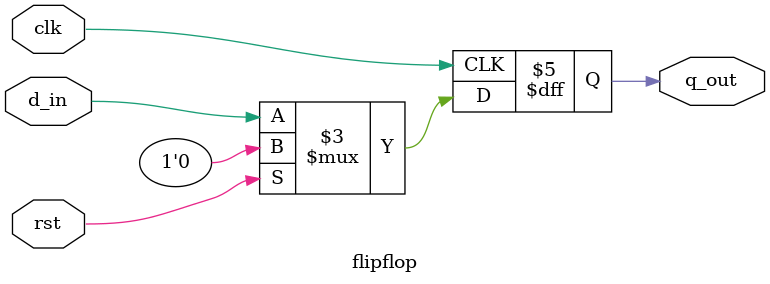
<source format=v>
`include "defines.v"


//-----------------------------------------------
// D Flip-Flop
//-----------------------------------------------
module flipflop (clk,rst,d_in,q_out);

input     clk;
input     rst;
input     d_in;
output    q_out;

reg       q_out;

always @(posedge clk)
  if(rst) begin
    q_out <= 1'b0;
  end else begin 
    q_out <= d_in;
  end

endmodule



</source>
